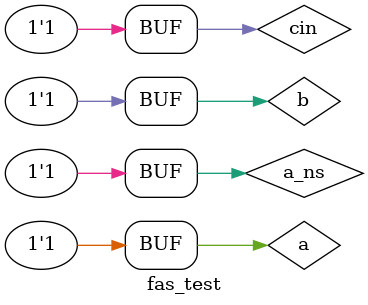
<source format=sv>
module fas_test;

	parameter tpd = 10;

    logic a;
    logic b;
    logic cin;
    logic a_ns;

    logic s;
	logic cout;

    fas fas_dut(.a(a), .b(b), .cin(cin), .a_ns(a_ns), .s(s), .cout(cout));

    initial begin

        a_ns = 1'b1;

        a = 1'b0;
        b = 1'b0;
        cin = 1'b0;
		
		#tpd;

        a = 1'b1;
        b = 1'b0;
        cin = 1'b0;
		
		#tpd;

        a = 1'b0;
        b = 1'b1;
        cin = 1'b0;
		
		#tpd;

        a = 1'b0;
        b = 1'b0;
        cin = 1'b1;
		
		#tpd;

        a = 1'b1;
        b = 1'b1;
        cin = 1'b0;
		
		#tpd;

        a = 1'b0;
        b = 1'b1;
        cin = 1'b1;
		
		#tpd;

        a = 1'b1;
        b = 1'b0;
        cin = 1'b1;

		#tpd;

        a = 1'b1;
        b = 1'b1;
        cin = 1'b1;

    end

endmodule

</source>
